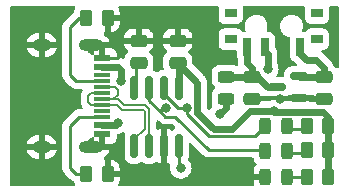
<source format=gbr>
%TF.GenerationSoftware,KiCad,Pcbnew,(6.0.2)*%
%TF.CreationDate,2022-03-30T20:09:58+08:00*%
%TF.ProjectId,CH340-USB-C,43483334-302d-4555-9342-2d432e6b6963,rev?*%
%TF.SameCoordinates,Original*%
%TF.FileFunction,Copper,L1,Top*%
%TF.FilePolarity,Positive*%
%FSLAX46Y46*%
G04 Gerber Fmt 4.6, Leading zero omitted, Abs format (unit mm)*
G04 Created by KiCad (PCBNEW (6.0.2)) date 2022-03-30 20:09:58*
%MOMM*%
%LPD*%
G01*
G04 APERTURE LIST*
G04 Aperture macros list*
%AMRoundRect*
0 Rectangle with rounded corners*
0 $1 Rounding radius*
0 $2 $3 $4 $5 $6 $7 $8 $9 X,Y pos of 4 corners*
0 Add a 4 corners polygon primitive as box body*
4,1,4,$2,$3,$4,$5,$6,$7,$8,$9,$2,$3,0*
0 Add four circle primitives for the rounded corners*
1,1,$1+$1,$2,$3*
1,1,$1+$1,$4,$5*
1,1,$1+$1,$6,$7*
1,1,$1+$1,$8,$9*
0 Add four rect primitives between the rounded corners*
20,1,$1+$1,$2,$3,$4,$5,0*
20,1,$1+$1,$4,$5,$6,$7,0*
20,1,$1+$1,$6,$7,$8,$9,0*
20,1,$1+$1,$8,$9,$2,$3,0*%
G04 Aperture macros list end*
%TA.AperFunction,SMDPad,CuDef*%
%ADD10RoundRect,0.250000X-0.262500X-0.450000X0.262500X-0.450000X0.262500X0.450000X-0.262500X0.450000X0*%
%TD*%
%TA.AperFunction,SMDPad,CuDef*%
%ADD11RoundRect,0.243750X-0.243750X-0.456250X0.243750X-0.456250X0.243750X0.456250X-0.243750X0.456250X0*%
%TD*%
%TA.AperFunction,SMDPad,CuDef*%
%ADD12RoundRect,0.243750X0.456250X-0.243750X0.456250X0.243750X-0.456250X0.243750X-0.456250X-0.243750X0*%
%TD*%
%TA.AperFunction,SMDPad,CuDef*%
%ADD13RoundRect,0.250000X0.475000X-0.250000X0.475000X0.250000X-0.475000X0.250000X-0.475000X-0.250000X0*%
%TD*%
%TA.AperFunction,SMDPad,CuDef*%
%ADD14RoundRect,0.250000X0.262500X0.450000X-0.262500X0.450000X-0.262500X-0.450000X0.262500X-0.450000X0*%
%TD*%
%TA.AperFunction,SMDPad,CuDef*%
%ADD15R,1.000000X0.800000*%
%TD*%
%TA.AperFunction,SMDPad,CuDef*%
%ADD16R,0.700000X1.500000*%
%TD*%
%TA.AperFunction,SMDPad,CuDef*%
%ADD17RoundRect,0.150000X0.587500X0.150000X-0.587500X0.150000X-0.587500X-0.150000X0.587500X-0.150000X0*%
%TD*%
%TA.AperFunction,SMDPad,CuDef*%
%ADD18R,1.450000X0.600000*%
%TD*%
%TA.AperFunction,SMDPad,CuDef*%
%ADD19R,1.450000X0.300000*%
%TD*%
%TA.AperFunction,ComponentPad*%
%ADD20O,2.100000X1.000000*%
%TD*%
%TA.AperFunction,ComponentPad*%
%ADD21O,1.600000X1.000000*%
%TD*%
%TA.AperFunction,SMDPad,CuDef*%
%ADD22RoundRect,0.250000X-0.475000X0.250000X-0.475000X-0.250000X0.475000X-0.250000X0.475000X0.250000X0*%
%TD*%
%TA.AperFunction,SMDPad,CuDef*%
%ADD23RoundRect,0.150000X0.150000X-0.825000X0.150000X0.825000X-0.150000X0.825000X-0.150000X-0.825000X0*%
%TD*%
%TA.AperFunction,ViaPad*%
%ADD24C,0.800000*%
%TD*%
%TA.AperFunction,Conductor*%
%ADD25C,0.600000*%
%TD*%
%TA.AperFunction,Conductor*%
%ADD26C,0.250000*%
%TD*%
%TA.AperFunction,Conductor*%
%ADD27C,0.200000*%
%TD*%
G04 APERTURE END LIST*
D10*
%TO.P,R3,1*%
%TO.N,Net-(D3-Pad2)*%
X120650000Y-132080000D03*
%TO.P,R3,2*%
%TO.N,VCC*%
X122475000Y-132080000D03*
%TD*%
D11*
%TO.P,D3,1,K*%
%TO.N,/TXD*%
X117141000Y-132080000D03*
%TO.P,D3,2,A*%
%TO.N,Net-(D3-Pad2)*%
X119016000Y-132080000D03*
%TD*%
D12*
%TO.P,F1,1*%
%TO.N,Net-(F1-Pad1)*%
X113792000Y-129774000D03*
%TO.P,F1,2*%
%TO.N,+5V*%
X113792000Y-127899000D03*
%TD*%
D13*
%TO.P,C3,1*%
%TO.N,VCC*%
X109728000Y-126746000D03*
%TO.P,C3,2*%
%TO.N,GND*%
X109728000Y-124846000D03*
%TD*%
D10*
%TO.P,R1,1*%
%TO.N,Net-(D1-Pad2)*%
X120650000Y-136398000D03*
%TO.P,R1,2*%
%TO.N,VCC*%
X122475000Y-136398000D03*
%TD*%
D14*
%TO.P,R5,1*%
%TO.N,GND*%
X103782500Y-122936000D03*
%TO.P,R5,2*%
%TO.N,/CC1*%
X101957500Y-122936000D03*
%TD*%
D10*
%TO.P,R2,1*%
%TO.N,Net-(D2-Pad2)*%
X120650000Y-134112000D03*
%TO.P,R2,2*%
%TO.N,VCC*%
X122475000Y-134112000D03*
%TD*%
D15*
%TO.P,SW1,*%
%TO.N,*%
X114206000Y-124732000D03*
X121506000Y-122522000D03*
X114206000Y-122522000D03*
X121506000Y-124732000D03*
D16*
%TO.P,SW1,1,A*%
%TO.N,+3V3*%
X120106000Y-125382000D03*
%TO.P,SW1,2,B*%
%TO.N,VCC*%
X117106000Y-125382000D03*
%TO.P,SW1,3,C*%
%TO.N,+5V*%
X115606000Y-125382000D03*
%TD*%
D17*
%TO.P,U1,1,GND*%
%TO.N,GND*%
X119985000Y-129728000D03*
%TO.P,U1,2,VO*%
%TO.N,+3V3*%
X119985000Y-127828000D03*
%TO.P,U1,3,VI*%
%TO.N,+5V*%
X118110000Y-128778000D03*
%TD*%
D11*
%TO.P,D2,1,K*%
%TO.N,/RXD*%
X117141000Y-134239000D03*
%TO.P,D2,2,A*%
%TO.N,Net-(D2-Pad2)*%
X119016000Y-134239000D03*
%TD*%
%TO.P,D1,1,K*%
%TO.N,GND*%
X117141000Y-136398000D03*
%TO.P,D1,2,A*%
%TO.N,Net-(D1-Pad2)*%
X119016000Y-136398000D03*
%TD*%
D18*
%TO.P,J1,A1,GND*%
%TO.N,GND*%
X103307000Y-126290000D03*
%TO.P,J1,A4,VBUS*%
%TO.N,Net-(F1-Pad1)*%
X103307000Y-127090000D03*
D19*
%TO.P,J1,A5,CC1*%
%TO.N,/CC1*%
X103307000Y-128290000D03*
%TO.P,J1,A6,D+*%
%TO.N,/USBD+*%
X103307000Y-129290000D03*
%TO.P,J1,A7,D-*%
%TO.N,/USBD-*%
X103307000Y-129790000D03*
%TO.P,J1,A8,SBU1*%
%TO.N,unconnected-(J1-PadA8)*%
X103307000Y-130790000D03*
D18*
%TO.P,J1,A9,VBUS*%
%TO.N,Net-(F1-Pad1)*%
X103307000Y-131990000D03*
%TO.P,J1,A12,GND*%
%TO.N,GND*%
X103307000Y-132790000D03*
%TO.P,J1,B1,GND*%
X103307000Y-132790000D03*
%TO.P,J1,B4,VBUS*%
%TO.N,Net-(F1-Pad1)*%
X103307000Y-131990000D03*
D19*
%TO.P,J1,B5,CC2*%
%TO.N,/CC2*%
X103307000Y-131290000D03*
%TO.P,J1,B6,D+*%
%TO.N,/USBD+*%
X103307000Y-130290000D03*
%TO.P,J1,B7,D-*%
%TO.N,/USBD-*%
X103307000Y-128790000D03*
%TO.P,J1,B8,SBU2*%
%TO.N,unconnected-(J1-PadB8)*%
X103307000Y-127790000D03*
D18*
%TO.P,J1,B9,VBUS*%
%TO.N,Net-(F1-Pad1)*%
X103307000Y-127090000D03*
%TO.P,J1,B12,GND*%
%TO.N,GND*%
X103307000Y-126290000D03*
D20*
%TO.P,J1,S1,SHIELD*%
X102392000Y-133860000D03*
X102392000Y-125220000D03*
D21*
X98212000Y-133860000D03*
X98212000Y-125220000D03*
%TD*%
D14*
%TO.P,R4,1*%
%TO.N,GND*%
X103782500Y-136144000D03*
%TO.P,R4,2*%
%TO.N,/CC2*%
X101957500Y-136144000D03*
%TD*%
D22*
%TO.P,C1,1*%
%TO.N,+5V*%
X115999500Y-127906500D03*
%TO.P,C1,2*%
%TO.N,GND*%
X115999500Y-129806500D03*
%TD*%
D13*
%TO.P,C4,1*%
%TO.N,/3V3*%
X106426000Y-126746000D03*
%TO.P,C4,2*%
%TO.N,GND*%
X106426000Y-124846000D03*
%TD*%
D23*
%TO.P,U2,1,UD+*%
%TO.N,/USBD+*%
X106045000Y-133793000D03*
%TO.P,U2,2,UD-*%
%TO.N,/USBD-*%
X107315000Y-133793000D03*
%TO.P,U2,3,GND*%
%TO.N,GND*%
X108585000Y-133793000D03*
%TO.P,U2,4,~{RTS}*%
%TO.N,/~{RTS}*%
X109855000Y-133793000D03*
%TO.P,U2,5,VCC*%
%TO.N,VCC*%
X109855000Y-128843000D03*
%TO.P,U2,6,TXD*%
%TO.N,/TXD*%
X108585000Y-128843000D03*
%TO.P,U2,7,RXD*%
%TO.N,/RXD*%
X107315000Y-128843000D03*
%TO.P,U2,8,V3*%
%TO.N,/3V3*%
X106045000Y-128843000D03*
%TD*%
D22*
%TO.P,C2,1*%
%TO.N,+3V3*%
X122095500Y-127906500D03*
%TO.P,C2,2*%
%TO.N,GND*%
X122095500Y-129806500D03*
%TD*%
D24*
%TO.N,GND*%
X118364000Y-129794000D03*
%TO.N,VCC*%
X117348000Y-127254000D03*
X117856000Y-130810000D03*
%TO.N,/RXD*%
X108712000Y-130556000D03*
%TO.N,/TXD*%
X110490000Y-130556000D03*
%TO.N,Net-(F1-Pad1)*%
X104902000Y-128270000D03*
X104648000Y-131826000D03*
X113284000Y-131064000D03*
%TO.N,/~{RTS}*%
X109982000Y-135636000D03*
%TD*%
D25*
%TO.N,+5V*%
X115606000Y-125128000D02*
X115606000Y-126782000D01*
X115606000Y-126782000D02*
X115999500Y-127175500D01*
X113792000Y-127899000D02*
X115992000Y-127899000D01*
X115992000Y-127899000D02*
X115999500Y-127906500D01*
X115999500Y-127906500D02*
X116476500Y-127906500D01*
X116476500Y-127906500D02*
X117348000Y-128778000D01*
X115999500Y-127175500D02*
X115999500Y-127906500D01*
X117348000Y-128778000D02*
X118110000Y-128778000D01*
D26*
%TO.N,GND*%
X103307000Y-126290000D02*
X104596000Y-126290000D01*
X104596000Y-126290000D02*
X104902000Y-125984000D01*
D25*
%TO.N,+3V3*%
X120106000Y-125382000D02*
X120106000Y-125948000D01*
X120063500Y-127906500D02*
X119985000Y-127828000D01*
X122095500Y-127175500D02*
X122095500Y-127906500D01*
X122095500Y-127906500D02*
X120063500Y-127906500D01*
X121412000Y-126492000D02*
X122095500Y-127175500D01*
X120106000Y-125948000D02*
X120650000Y-126492000D01*
X120650000Y-126492000D02*
X121412000Y-126492000D01*
%TO.N,VCC*%
X121990480Y-130880480D02*
X122475000Y-131365000D01*
X122475000Y-136144000D02*
X122475000Y-134112000D01*
X111389501Y-128407501D02*
X111389501Y-130947501D01*
X117106000Y-125128000D02*
X117106000Y-125742000D01*
X117106000Y-125742000D02*
X117348000Y-125984000D01*
X112776000Y-132334000D02*
X114300000Y-132334000D01*
X109855000Y-128843000D02*
X109855000Y-126873000D01*
X117856000Y-130810000D02*
X117926480Y-130880480D01*
X122475000Y-131365000D02*
X122475000Y-132080000D01*
X109728000Y-126746000D02*
X109982000Y-127000000D01*
X111389501Y-130947501D02*
X112776000Y-132334000D01*
X109728000Y-126746000D02*
X111389501Y-128407501D01*
X117348000Y-127254000D02*
X117348000Y-125984000D01*
X115824000Y-130810000D02*
X117856000Y-130810000D01*
X114300000Y-132334000D02*
X115824000Y-130810000D01*
X122475000Y-134112000D02*
X122475000Y-132080000D01*
X117926480Y-130880480D02*
X121990480Y-130880480D01*
D26*
%TO.N,/3V3*%
X106172000Y-128716000D02*
X106045000Y-128843000D01*
X106172000Y-126746000D02*
X106172000Y-128716000D01*
%TO.N,Net-(D1-Pad2)*%
X120650000Y-136398000D02*
X119016000Y-136398000D01*
%TO.N,/RXD*%
X108204000Y-130810000D02*
X108674501Y-131280501D01*
X108199700Y-130814300D02*
X108204000Y-130810000D01*
X108674501Y-131280501D02*
X109520099Y-131280501D01*
X108458000Y-130556000D02*
X108712000Y-130556000D01*
X108204000Y-130810000D02*
X108458000Y-130556000D01*
X107315000Y-129929600D02*
X107315000Y-128843000D01*
X112351598Y-134112000D02*
X117141000Y-134112000D01*
X109520099Y-131280501D02*
X112351598Y-134112000D01*
X108199700Y-130814300D02*
X107315000Y-129929600D01*
%TO.N,Net-(D2-Pad2)*%
X120650000Y-134366000D02*
X119016000Y-134366000D01*
%TO.N,/TXD*%
X112384511Y-132958511D02*
X110490000Y-131064000D01*
X110490000Y-131064000D02*
X110490000Y-130556000D01*
X108585000Y-128843000D02*
X108585000Y-129404400D01*
X116262489Y-132958511D02*
X112384511Y-132958511D01*
X109736600Y-130556000D02*
X110490000Y-130556000D01*
X108585000Y-129404400D02*
X109736600Y-130556000D01*
X117141000Y-132080000D02*
X116262489Y-132958511D01*
%TO.N,Net-(D3-Pad2)*%
X120650000Y-132334000D02*
X119016000Y-132334000D01*
D25*
%TO.N,Net-(F1-Pad1)*%
X113792000Y-129774000D02*
X113792000Y-130556000D01*
X103307000Y-131990000D02*
X104484000Y-131990000D01*
X104632000Y-127090000D02*
X104902000Y-127360000D01*
X113792000Y-130556000D02*
X113284000Y-131064000D01*
X103307000Y-127090000D02*
X104632000Y-127090000D01*
X104902000Y-127360000D02*
X104902000Y-128270000D01*
X104484000Y-131990000D02*
X104648000Y-131826000D01*
D26*
%TO.N,/CC1*%
X101957500Y-122936000D02*
X101346000Y-122936000D01*
X101346000Y-122936000D02*
X100584000Y-123698000D01*
X100584000Y-123698000D02*
X100584000Y-127762000D01*
X100584000Y-127762000D02*
X101112000Y-128290000D01*
X101112000Y-128290000D02*
X103307000Y-128290000D01*
D27*
%TO.N,/USBD+*%
X104990514Y-130701520D02*
X106768514Y-130701520D01*
X103307000Y-129290000D02*
X102358000Y-129290000D01*
X103307000Y-130290000D02*
X104578994Y-130290000D01*
X102108000Y-129540000D02*
X102108000Y-130048000D01*
X102350000Y-130290000D02*
X103307000Y-130290000D01*
X104578994Y-130290000D02*
X104990514Y-130701520D01*
X106915480Y-132352520D02*
X106045000Y-133223000D01*
X106045000Y-133223000D02*
X106045000Y-133793000D01*
X106768514Y-130701520D02*
X106915480Y-130848486D01*
X102358000Y-129290000D02*
X102108000Y-129540000D01*
X106915480Y-130848486D02*
X106915480Y-132352520D01*
X102108000Y-130048000D02*
X102350000Y-130290000D01*
%TO.N,/USBD-*%
X104648000Y-129423022D02*
X104648000Y-129032000D01*
X103307000Y-129790000D02*
X104644000Y-129790000D01*
X104648000Y-129032000D02*
X104406000Y-128790000D01*
X105156000Y-130302000D02*
X106934000Y-130302000D01*
X104406000Y-128790000D02*
X103307000Y-128790000D01*
X104644000Y-129790000D02*
X105156000Y-130302000D01*
X106934000Y-130302000D02*
X107315000Y-130683000D01*
X104281022Y-129790000D02*
X104648000Y-129423022D01*
X107315000Y-130683000D02*
X107315000Y-133793000D01*
D26*
%TO.N,/CC2*%
X101957500Y-136144000D02*
X101092000Y-136144000D01*
X100584000Y-132080000D02*
X101374000Y-131290000D01*
X101092000Y-136144000D02*
X100584000Y-135636000D01*
X101374000Y-131290000D02*
X103307000Y-131290000D01*
X100584000Y-135636000D02*
X100584000Y-132080000D01*
%TO.N,/~{RTS}*%
X109982000Y-135636000D02*
X109855000Y-135509000D01*
X109855000Y-135509000D02*
X109855000Y-133793000D01*
%TD*%
%TA.AperFunction,Conductor*%
%TO.N,GND*%
G36*
X108132012Y-131634372D02*
G01*
X108138595Y-131640501D01*
X108170853Y-131672759D01*
X108178388Y-131681039D01*
X108182501Y-131687519D01*
X108194621Y-131698900D01*
X108232152Y-131734144D01*
X108234994Y-131736899D01*
X108254731Y-131756636D01*
X108257928Y-131759116D01*
X108266948Y-131766819D01*
X108299180Y-131797087D01*
X108306126Y-131800906D01*
X108306129Y-131800908D01*
X108316935Y-131806849D01*
X108333454Y-131817700D01*
X108349460Y-131830115D01*
X108356729Y-131833260D01*
X108356733Y-131833263D01*
X108390038Y-131847675D01*
X108400688Y-131852892D01*
X108439441Y-131874196D01*
X108447116Y-131876167D01*
X108447117Y-131876167D01*
X108459063Y-131879234D01*
X108477768Y-131885638D01*
X108496356Y-131893682D01*
X108504179Y-131894921D01*
X108504189Y-131894924D01*
X108540025Y-131900600D01*
X108551645Y-131903006D01*
X108577672Y-131909688D01*
X108594471Y-131914001D01*
X108614725Y-131914001D01*
X108634435Y-131915552D01*
X108654444Y-131918721D01*
X108662336Y-131917975D01*
X108698462Y-131914560D01*
X108710320Y-131914001D01*
X109205505Y-131914001D01*
X109273626Y-131934003D01*
X109294600Y-131950906D01*
X109493328Y-132149634D01*
X109527354Y-132211946D01*
X109522289Y-132282761D01*
X109479742Y-132339597D01*
X109454276Y-132354365D01*
X109449012Y-132356643D01*
X109441399Y-132358855D01*
X109298193Y-132443547D01*
X109295253Y-132446487D01*
X109230729Y-132471821D01*
X109161106Y-132457920D01*
X109142360Y-132445871D01*
X109134677Y-132439911D01*
X109005221Y-132363352D01*
X108990790Y-132357107D01*
X108856395Y-132318061D01*
X108842294Y-132318101D01*
X108839000Y-132325370D01*
X108839000Y-135254878D01*
X108842973Y-135268409D01*
X108850871Y-135269544D01*
X108948036Y-135241315D01*
X109019032Y-135241518D01*
X109078648Y-135280072D01*
X109107957Y-135344736D01*
X109103022Y-135401248D01*
X109100818Y-135408031D01*
X109088458Y-135446072D01*
X109087768Y-135452633D01*
X109087768Y-135452635D01*
X109078082Y-135544794D01*
X109068496Y-135636000D01*
X109069186Y-135642565D01*
X109085219Y-135795106D01*
X109088458Y-135825928D01*
X109147473Y-136007556D01*
X109150776Y-136013278D01*
X109150777Y-136013279D01*
X109167176Y-136041683D01*
X109242960Y-136172944D01*
X109247378Y-136177851D01*
X109247379Y-136177852D01*
X109332150Y-136272000D01*
X109370747Y-136314866D01*
X109383790Y-136324342D01*
X109487471Y-136399671D01*
X109525248Y-136427118D01*
X109531276Y-136429802D01*
X109531278Y-136429803D01*
X109693681Y-136502109D01*
X109699712Y-136504794D01*
X109793112Y-136524647D01*
X109880056Y-136543128D01*
X109880061Y-136543128D01*
X109886513Y-136544500D01*
X110077487Y-136544500D01*
X110083939Y-136543128D01*
X110083944Y-136543128D01*
X110170888Y-136524647D01*
X110264288Y-136504794D01*
X110270319Y-136502109D01*
X110432722Y-136429803D01*
X110432724Y-136429802D01*
X110438752Y-136427118D01*
X110476530Y-136399671D01*
X110580210Y-136324342D01*
X110593253Y-136314866D01*
X110631850Y-136272000D01*
X110716621Y-136177852D01*
X110716622Y-136177851D01*
X110721040Y-136172944D01*
X110796824Y-136041683D01*
X110813223Y-136013279D01*
X110813224Y-136013278D01*
X110816527Y-136007556D01*
X110875542Y-135825928D01*
X110878782Y-135795106D01*
X110894814Y-135642565D01*
X110895504Y-135636000D01*
X110885918Y-135544794D01*
X110876232Y-135452635D01*
X110876232Y-135452633D01*
X110875542Y-135446072D01*
X110816527Y-135264444D01*
X110811586Y-135255885D01*
X110759511Y-135165689D01*
X110721040Y-135099056D01*
X110638680Y-135007586D01*
X110607965Y-134943582D01*
X110615594Y-134882022D01*
X110614145Y-134881601D01*
X110618932Y-134865124D01*
X110660562Y-134721831D01*
X110661242Y-134713199D01*
X110663307Y-134686958D01*
X110663307Y-134686950D01*
X110663500Y-134684502D01*
X110663500Y-133623996D01*
X110683502Y-133555875D01*
X110737158Y-133509382D01*
X110807432Y-133499278D01*
X110872012Y-133528772D01*
X110878595Y-133534901D01*
X111847941Y-134504247D01*
X111855485Y-134512537D01*
X111859598Y-134519018D01*
X111865375Y-134524443D01*
X111909265Y-134565658D01*
X111912107Y-134568413D01*
X111931828Y-134588134D01*
X111935023Y-134590612D01*
X111944045Y-134598318D01*
X111976277Y-134628586D01*
X111983226Y-134632406D01*
X111994030Y-134638346D01*
X112010554Y-134649199D01*
X112026557Y-134661613D01*
X112067141Y-134679176D01*
X112077771Y-134684383D01*
X112116538Y-134705695D01*
X112124215Y-134707666D01*
X112124220Y-134707668D01*
X112136156Y-134710732D01*
X112154864Y-134717137D01*
X112173453Y-134725181D01*
X112181281Y-134726421D01*
X112181288Y-134726423D01*
X112217122Y-134732099D01*
X112228742Y-134734505D01*
X112263887Y-134743528D01*
X112271568Y-134745500D01*
X112291822Y-134745500D01*
X112311532Y-134747051D01*
X112331541Y-134750220D01*
X112339433Y-134749474D01*
X112375559Y-134746059D01*
X112387417Y-134745500D01*
X116032364Y-134745500D01*
X116100485Y-134765502D01*
X116146978Y-134819158D01*
X116155259Y-134844102D01*
X116155884Y-134850129D01*
X116211398Y-135016526D01*
X116303703Y-135165689D01*
X116367018Y-135228893D01*
X116367802Y-135229676D01*
X116401881Y-135291958D01*
X116396878Y-135362778D01*
X116367957Y-135407867D01*
X116308449Y-135467479D01*
X116299437Y-135478890D01*
X116215135Y-135615654D01*
X116208991Y-135628832D01*
X116158273Y-135781740D01*
X116155407Y-135795106D01*
X116145828Y-135888601D01*
X116145500Y-135895016D01*
X116145500Y-136125885D01*
X116149975Y-136141124D01*
X116151365Y-136142329D01*
X116159048Y-136144000D01*
X117269000Y-136144000D01*
X117337121Y-136164002D01*
X117383614Y-136217658D01*
X117395000Y-136270000D01*
X117395000Y-136526000D01*
X117374998Y-136594121D01*
X117321342Y-136640614D01*
X117269000Y-136652000D01*
X116163616Y-136652000D01*
X116148377Y-136656475D01*
X116147172Y-136657865D01*
X116145501Y-136665548D01*
X116145501Y-136900933D01*
X116145838Y-136907452D01*
X116155665Y-137002167D01*
X116156796Y-137007403D01*
X116151624Y-137078211D01*
X116108992Y-137134982D01*
X116042434Y-137159692D01*
X116033635Y-137160000D01*
X104812260Y-137160000D01*
X104744139Y-137139998D01*
X104697646Y-137086342D01*
X104687542Y-137016068D01*
X104705000Y-136967884D01*
X104732816Y-136922757D01*
X104738963Y-136909576D01*
X104790138Y-136755290D01*
X104793005Y-136741914D01*
X104802672Y-136647562D01*
X104803000Y-136641146D01*
X104803000Y-136416115D01*
X104798525Y-136400876D01*
X104797135Y-136399671D01*
X104789452Y-136398000D01*
X103654500Y-136398000D01*
X103586379Y-136377998D01*
X103539886Y-136324342D01*
X103528500Y-136272000D01*
X103528500Y-135871885D01*
X104036500Y-135871885D01*
X104040975Y-135887124D01*
X104042365Y-135888329D01*
X104050048Y-135890000D01*
X104784884Y-135890000D01*
X104800123Y-135885525D01*
X104801328Y-135884135D01*
X104802999Y-135876452D01*
X104802999Y-135646905D01*
X104802662Y-135640386D01*
X104792743Y-135544794D01*
X104789851Y-135531400D01*
X104738412Y-135377216D01*
X104732239Y-135364038D01*
X104646937Y-135226193D01*
X104637901Y-135214792D01*
X104523171Y-135100261D01*
X104511760Y-135091249D01*
X104373757Y-135006184D01*
X104360576Y-135000037D01*
X104206290Y-134948862D01*
X104192914Y-134945995D01*
X104098562Y-134936328D01*
X104092145Y-134936000D01*
X104054615Y-134936000D01*
X104039376Y-134940475D01*
X104038171Y-134941865D01*
X104036500Y-134949548D01*
X104036500Y-135871885D01*
X103528500Y-135871885D01*
X103528500Y-134954116D01*
X103524025Y-134938877D01*
X103513244Y-134929535D01*
X103469483Y-134905640D01*
X103435458Y-134843328D01*
X103440522Y-134772513D01*
X103483068Y-134715677D01*
X103491986Y-134710015D01*
X103491943Y-134709951D01*
X103507294Y-134699751D01*
X103650933Y-134582603D01*
X103659637Y-134573959D01*
X103777784Y-134431144D01*
X103784644Y-134420973D01*
X103872804Y-134257924D01*
X103877556Y-134246619D01*
X103913250Y-134131308D01*
X103913456Y-134117205D01*
X103906701Y-134114000D01*
X102264000Y-134114000D01*
X102195879Y-134093998D01*
X102149386Y-134040342D01*
X102138000Y-133988000D01*
X102138000Y-133305830D01*
X102158002Y-133237709D01*
X102210218Y-133192257D01*
X102213675Y-133191094D01*
X102221496Y-133186395D01*
X102306591Y-133135265D01*
X102368905Y-133097823D01*
X102373862Y-133093135D01*
X102373865Y-133093133D01*
X102432472Y-133037710D01*
X102433427Y-133036807D01*
X102496664Y-133004535D01*
X102567311Y-133011575D01*
X102622937Y-133055691D01*
X102646000Y-133128355D01*
X102646000Y-133587885D01*
X102650475Y-133603124D01*
X102651865Y-133604329D01*
X102659548Y-133606000D01*
X103034885Y-133606000D01*
X103050124Y-133601525D01*
X103051329Y-133600135D01*
X103053000Y-133592452D01*
X103053000Y-133062115D01*
X103048525Y-133046876D01*
X103037947Y-133037710D01*
X102993786Y-133013596D01*
X102959761Y-132951284D01*
X102964825Y-132880468D01*
X103007372Y-132823632D01*
X103073892Y-132798821D01*
X103082881Y-132798500D01*
X103435000Y-132798500D01*
X103503121Y-132818502D01*
X103549614Y-132872158D01*
X103561000Y-132924500D01*
X103561000Y-133587885D01*
X103565475Y-133603124D01*
X103566865Y-133604329D01*
X103574548Y-133606000D01*
X103899924Y-133606000D01*
X103909790Y-133603103D01*
X103945288Y-133597999D01*
X104076669Y-133597999D01*
X104083490Y-133597629D01*
X104134352Y-133592105D01*
X104149604Y-133588479D01*
X104270054Y-133543324D01*
X104285649Y-133534786D01*
X104387724Y-133458285D01*
X104400285Y-133445724D01*
X104476786Y-133343649D01*
X104485324Y-133328054D01*
X104530478Y-133207606D01*
X104534105Y-133192351D01*
X104539631Y-133141486D01*
X104540000Y-133134672D01*
X104540000Y-132909992D01*
X104560002Y-132841871D01*
X104613658Y-132795378D01*
X104651953Y-132784777D01*
X104657257Y-132784182D01*
X104664255Y-132783397D01*
X104670906Y-132781081D01*
X104670910Y-132781080D01*
X104695930Y-132772367D01*
X104710742Y-132768204D01*
X104736619Y-132762609D01*
X104743510Y-132761119D01*
X104782813Y-132742792D01*
X104794589Y-132738010D01*
X104835552Y-132723745D01*
X104841525Y-132720013D01*
X104847878Y-132716969D01*
X104848375Y-132718005D01*
X104878658Y-132705769D01*
X104930288Y-132694794D01*
X105093910Y-132621945D01*
X105164277Y-132612511D01*
X105228574Y-132642617D01*
X105266388Y-132702706D01*
X105266156Y-132772204D01*
X105262904Y-132783397D01*
X105241232Y-132857992D01*
X105241231Y-132857997D01*
X105239438Y-132864169D01*
X105238934Y-132870574D01*
X105238933Y-132870579D01*
X105238809Y-132872158D01*
X105236500Y-132901498D01*
X105236500Y-134684502D01*
X105236693Y-134686950D01*
X105236693Y-134686958D01*
X105238759Y-134713199D01*
X105239438Y-134721831D01*
X105258662Y-134788002D01*
X105281904Y-134868000D01*
X105285855Y-134881601D01*
X105289892Y-134888427D01*
X105366509Y-135017980D01*
X105366511Y-135017983D01*
X105370547Y-135024807D01*
X105488193Y-135142453D01*
X105495016Y-135146488D01*
X105495020Y-135146491D01*
X105544591Y-135175807D01*
X105631399Y-135227145D01*
X105639010Y-135229356D01*
X105639012Y-135229357D01*
X105680173Y-135241315D01*
X105791169Y-135273562D01*
X105797574Y-135274066D01*
X105797579Y-135274067D01*
X105826042Y-135276307D01*
X105826050Y-135276307D01*
X105828498Y-135276500D01*
X106261502Y-135276500D01*
X106263950Y-135276307D01*
X106263958Y-135276307D01*
X106292421Y-135274067D01*
X106292426Y-135274066D01*
X106298831Y-135273562D01*
X106409827Y-135241315D01*
X106450988Y-135229357D01*
X106450990Y-135229356D01*
X106458601Y-135227145D01*
X106601807Y-135142453D01*
X106604489Y-135139771D01*
X106668861Y-135114498D01*
X106738484Y-135128400D01*
X106754312Y-135138572D01*
X106758193Y-135142453D01*
X106901399Y-135227145D01*
X106909010Y-135229356D01*
X106909012Y-135229357D01*
X106950173Y-135241315D01*
X107061169Y-135273562D01*
X107067574Y-135274066D01*
X107067579Y-135274067D01*
X107096042Y-135276307D01*
X107096050Y-135276307D01*
X107098498Y-135276500D01*
X107531502Y-135276500D01*
X107533950Y-135276307D01*
X107533958Y-135276307D01*
X107562421Y-135274067D01*
X107562426Y-135274066D01*
X107568831Y-135273562D01*
X107679827Y-135241315D01*
X107720988Y-135229357D01*
X107720990Y-135229356D01*
X107728601Y-135227145D01*
X107871807Y-135142453D01*
X107874747Y-135139513D01*
X107939271Y-135114179D01*
X108008894Y-135128080D01*
X108027640Y-135140129D01*
X108035323Y-135146089D01*
X108164779Y-135222648D01*
X108179210Y-135228893D01*
X108313605Y-135267939D01*
X108327706Y-135267899D01*
X108331000Y-135260630D01*
X108331000Y-132331122D01*
X108327027Y-132317591D01*
X108319129Y-132316456D01*
X108179210Y-132357107D01*
X108164779Y-132363352D01*
X108113639Y-132393596D01*
X108044823Y-132411055D01*
X107977492Y-132388538D01*
X107933022Y-132333194D01*
X107923500Y-132285142D01*
X107923500Y-131729596D01*
X107943502Y-131661475D01*
X107997158Y-131614982D01*
X108067432Y-131604878D01*
X108132012Y-131634372D01*
G37*
%TD.AperFunction*%
%TA.AperFunction,Conductor*%
G36*
X100991575Y-121946002D02*
G01*
X101038068Y-121999658D01*
X101048172Y-122069932D01*
X101030713Y-122118117D01*
X101002885Y-122163262D01*
X100947203Y-122331139D01*
X100946503Y-122337975D01*
X100946502Y-122337978D01*
X100940120Y-122400269D01*
X100913279Y-122465996D01*
X100909516Y-122470075D01*
X100908893Y-122470528D01*
X100907107Y-122472687D01*
X100880712Y-122504593D01*
X100872722Y-122513374D01*
X100191742Y-123194353D01*
X100183463Y-123201887D01*
X100176982Y-123206000D01*
X100130357Y-123255651D01*
X100127602Y-123258493D01*
X100107865Y-123278230D01*
X100105385Y-123281427D01*
X100097682Y-123290447D01*
X100067414Y-123322679D01*
X100063595Y-123329625D01*
X100063593Y-123329628D01*
X100057652Y-123340434D01*
X100046801Y-123356953D01*
X100034386Y-123372959D01*
X100031241Y-123380228D01*
X100031238Y-123380232D01*
X100016826Y-123413537D01*
X100011609Y-123424187D01*
X99990305Y-123462940D01*
X99988334Y-123470615D01*
X99988334Y-123470616D01*
X99985267Y-123482562D01*
X99978863Y-123501266D01*
X99970819Y-123519855D01*
X99969580Y-123527678D01*
X99969577Y-123527688D01*
X99963901Y-123563524D01*
X99961495Y-123575144D01*
X99952472Y-123610289D01*
X99950500Y-123617970D01*
X99950500Y-123638224D01*
X99948949Y-123657934D01*
X99945780Y-123677943D01*
X99946526Y-123685835D01*
X99949941Y-123721961D01*
X99950500Y-123733819D01*
X99950500Y-127683233D01*
X99949973Y-127694416D01*
X99948298Y-127701909D01*
X99948547Y-127709835D01*
X99948547Y-127709836D01*
X99950438Y-127769986D01*
X99950500Y-127773945D01*
X99950500Y-127801856D01*
X99950997Y-127805790D01*
X99950997Y-127805791D01*
X99951005Y-127805856D01*
X99951938Y-127817693D01*
X99953327Y-127861889D01*
X99956514Y-127872858D01*
X99958978Y-127881339D01*
X99962987Y-127900700D01*
X99965526Y-127920797D01*
X99968445Y-127928168D01*
X99968445Y-127928170D01*
X99981804Y-127961912D01*
X99985649Y-127973142D01*
X99995771Y-128007983D01*
X99997982Y-128015593D01*
X100002015Y-128022412D01*
X100002017Y-128022417D01*
X100008293Y-128033028D01*
X100016988Y-128050776D01*
X100024448Y-128069617D01*
X100029110Y-128076033D01*
X100029110Y-128076034D01*
X100050436Y-128105387D01*
X100056952Y-128115307D01*
X100079458Y-128153362D01*
X100093779Y-128167683D01*
X100106619Y-128182716D01*
X100118528Y-128199107D01*
X100144503Y-128220595D01*
X100152593Y-128227288D01*
X100161374Y-128235278D01*
X100608353Y-128682258D01*
X100615887Y-128690537D01*
X100620000Y-128697018D01*
X100663230Y-128737613D01*
X100669651Y-128743643D01*
X100672493Y-128746398D01*
X100692230Y-128766135D01*
X100695427Y-128768615D01*
X100704447Y-128776318D01*
X100736679Y-128806586D01*
X100743625Y-128810405D01*
X100743628Y-128810407D01*
X100754434Y-128816348D01*
X100770953Y-128827199D01*
X100786959Y-128839614D01*
X100794228Y-128842759D01*
X100794232Y-128842762D01*
X100827537Y-128857174D01*
X100838187Y-128862391D01*
X100876940Y-128883695D01*
X100884615Y-128885666D01*
X100884616Y-128885666D01*
X100896562Y-128888733D01*
X100915266Y-128895137D01*
X100926502Y-128899999D01*
X100933855Y-128903181D01*
X100941678Y-128904420D01*
X100941688Y-128904423D01*
X100977524Y-128910099D01*
X100989144Y-128912505D01*
X101024289Y-128921528D01*
X101031970Y-128923500D01*
X101052224Y-128923500D01*
X101071934Y-128925051D01*
X101091943Y-128928220D01*
X101099835Y-128927474D01*
X101135961Y-128924059D01*
X101147819Y-128923500D01*
X101558558Y-128923500D01*
X101626679Y-128943502D01*
X101673172Y-128997158D01*
X101683276Y-129067432D01*
X101658524Y-129126199D01*
X101649526Y-129137925D01*
X101649523Y-129137928D01*
X101649517Y-129137935D01*
X101649515Y-129137938D01*
X101594089Y-129210171D01*
X101576476Y-129233124D01*
X101515644Y-129379986D01*
X101515162Y-129381150D01*
X101499500Y-129500115D01*
X101499500Y-129500120D01*
X101494250Y-129540000D01*
X101497725Y-129566392D01*
X101498422Y-129571690D01*
X101499500Y-129588136D01*
X101499500Y-129999864D01*
X101498422Y-130016307D01*
X101494250Y-130048000D01*
X101499500Y-130087880D01*
X101499500Y-130087885D01*
X101510624Y-130172374D01*
X101511392Y-130178210D01*
X101511392Y-130178212D01*
X101513208Y-130192004D01*
X101515162Y-130206851D01*
X101576476Y-130354876D01*
X101581503Y-130361427D01*
X101581504Y-130361429D01*
X101649523Y-130450072D01*
X101649529Y-130450079D01*
X101652384Y-130453800D01*
X101677983Y-130520021D01*
X101663715Y-130589569D01*
X101614112Y-130640363D01*
X101552419Y-130656500D01*
X101452768Y-130656500D01*
X101441585Y-130655973D01*
X101434092Y-130654298D01*
X101426166Y-130654547D01*
X101426165Y-130654547D01*
X101366002Y-130656438D01*
X101362044Y-130656500D01*
X101334144Y-130656500D01*
X101330154Y-130657004D01*
X101318320Y-130657936D01*
X101274111Y-130659326D01*
X101266497Y-130661538D01*
X101266492Y-130661539D01*
X101254659Y-130664977D01*
X101235296Y-130668988D01*
X101215203Y-130671526D01*
X101207836Y-130674443D01*
X101207831Y-130674444D01*
X101174092Y-130687802D01*
X101162865Y-130691646D01*
X101120407Y-130703982D01*
X101113581Y-130708019D01*
X101102972Y-130714293D01*
X101085224Y-130722988D01*
X101066383Y-130730448D01*
X101059967Y-130735110D01*
X101059966Y-130735110D01*
X101030613Y-130756436D01*
X101020693Y-130762952D01*
X100989465Y-130781420D01*
X100989462Y-130781422D01*
X100982638Y-130785458D01*
X100968317Y-130799779D01*
X100953284Y-130812619D01*
X100936893Y-130824528D01*
X100931842Y-130830633D01*
X100931837Y-130830638D01*
X100908701Y-130858604D01*
X100900713Y-130867382D01*
X100191747Y-131576348D01*
X100183461Y-131583888D01*
X100176982Y-131588000D01*
X100171557Y-131593777D01*
X100130357Y-131637651D01*
X100127602Y-131640493D01*
X100107865Y-131660230D01*
X100105385Y-131663427D01*
X100097682Y-131672447D01*
X100067414Y-131704679D01*
X100063595Y-131711625D01*
X100063593Y-131711628D01*
X100057652Y-131722434D01*
X100046801Y-131738953D01*
X100034386Y-131754959D01*
X100031241Y-131762228D01*
X100031238Y-131762232D01*
X100016826Y-131795537D01*
X100011609Y-131806187D01*
X99990305Y-131844940D01*
X99988334Y-131852615D01*
X99988334Y-131852616D01*
X99985267Y-131864562D01*
X99978863Y-131883266D01*
X99970819Y-131901855D01*
X99969580Y-131909678D01*
X99969577Y-131909688D01*
X99963901Y-131945524D01*
X99961495Y-131957144D01*
X99950500Y-131999970D01*
X99950500Y-132020224D01*
X99948949Y-132039934D01*
X99945780Y-132059943D01*
X99946526Y-132067835D01*
X99949941Y-132103961D01*
X99950500Y-132115819D01*
X99950500Y-135557233D01*
X99949973Y-135568416D01*
X99948298Y-135575909D01*
X99948547Y-135583835D01*
X99948547Y-135583836D01*
X99950438Y-135643986D01*
X99950500Y-135647945D01*
X99950500Y-135675856D01*
X99950997Y-135679790D01*
X99950997Y-135679791D01*
X99951005Y-135679856D01*
X99951938Y-135691693D01*
X99953327Y-135735889D01*
X99958978Y-135755339D01*
X99962987Y-135774700D01*
X99965526Y-135794797D01*
X99968445Y-135802168D01*
X99968445Y-135802170D01*
X99981804Y-135835912D01*
X99985649Y-135847142D01*
X99997982Y-135889593D01*
X100002015Y-135896412D01*
X100002017Y-135896417D01*
X100008293Y-135907028D01*
X100016988Y-135924776D01*
X100024448Y-135943617D01*
X100029110Y-135950033D01*
X100029110Y-135950034D01*
X100050436Y-135979387D01*
X100056952Y-135989307D01*
X100067745Y-136007556D01*
X100079458Y-136027362D01*
X100093779Y-136041683D01*
X100106619Y-136056716D01*
X100118528Y-136073107D01*
X100124634Y-136078158D01*
X100152605Y-136101298D01*
X100161384Y-136109288D01*
X100588343Y-136536247D01*
X100595887Y-136544537D01*
X100600000Y-136551018D01*
X100605777Y-136556443D01*
X100649667Y-136597658D01*
X100652509Y-136600413D01*
X100672230Y-136620134D01*
X100675425Y-136622612D01*
X100684447Y-136630318D01*
X100716679Y-136660586D01*
X100723628Y-136664406D01*
X100734432Y-136670346D01*
X100750956Y-136681199D01*
X100766959Y-136693613D01*
X100807543Y-136711176D01*
X100818173Y-136716383D01*
X100856940Y-136737695D01*
X100864617Y-136739666D01*
X100864622Y-136739668D01*
X100876558Y-136742732D01*
X100895271Y-136749139D01*
X100904220Y-136753012D01*
X100958793Y-136798425D01*
X100973698Y-136828770D01*
X101000658Y-136909576D01*
X101003450Y-136917946D01*
X101007301Y-136924170D01*
X101007302Y-136924171D01*
X101034237Y-136967697D01*
X101053075Y-137036149D01*
X101031914Y-137103918D01*
X100977473Y-137149490D01*
X100927093Y-137160000D01*
X95630000Y-137160000D01*
X95561879Y-137139998D01*
X95515386Y-137086342D01*
X95504000Y-137034000D01*
X95504000Y-134125768D01*
X96939425Y-134125768D01*
X96971138Y-134233521D01*
X96975731Y-134244889D01*
X97061607Y-134409154D01*
X97068321Y-134419415D01*
X97184468Y-134563873D01*
X97193046Y-134572632D01*
X97335039Y-134691778D01*
X97345159Y-134698708D01*
X97507585Y-134788002D01*
X97518858Y-134792834D01*
X97695538Y-134848880D01*
X97707532Y-134851430D01*
X97851761Y-134867607D01*
X97858785Y-134868000D01*
X97939885Y-134868000D01*
X97955124Y-134863525D01*
X97956329Y-134862135D01*
X97958000Y-134854452D01*
X97958000Y-134849885D01*
X98466000Y-134849885D01*
X98470475Y-134865124D01*
X98471865Y-134866329D01*
X98479548Y-134868000D01*
X98558657Y-134868000D01*
X98564805Y-134867699D01*
X98702603Y-134854188D01*
X98714638Y-134851805D01*
X98892076Y-134798233D01*
X98903416Y-134793559D01*
X99067077Y-134706540D01*
X99077294Y-134699751D01*
X99220933Y-134582603D01*
X99229637Y-134573959D01*
X99347784Y-134431144D01*
X99354644Y-134420973D01*
X99442804Y-134257924D01*
X99447556Y-134246619D01*
X99483250Y-134131308D01*
X99483456Y-134117205D01*
X99476701Y-134114000D01*
X98484115Y-134114000D01*
X98468876Y-134118475D01*
X98467671Y-134119865D01*
X98466000Y-134127548D01*
X98466000Y-134849885D01*
X97958000Y-134849885D01*
X97958000Y-134132115D01*
X97953525Y-134116876D01*
X97952135Y-134115671D01*
X97944452Y-134114000D01*
X96954076Y-134114000D01*
X96940545Y-134117973D01*
X96939425Y-134125768D01*
X95504000Y-134125768D01*
X95504000Y-133602795D01*
X96940544Y-133602795D01*
X96947299Y-133606000D01*
X97939885Y-133606000D01*
X97955124Y-133601525D01*
X97956329Y-133600135D01*
X97958000Y-133592452D01*
X97958000Y-133587885D01*
X98466000Y-133587885D01*
X98470475Y-133603124D01*
X98471865Y-133604329D01*
X98479548Y-133606000D01*
X99469924Y-133606000D01*
X99483455Y-133602027D01*
X99484575Y-133594232D01*
X99452862Y-133486479D01*
X99448269Y-133475111D01*
X99362393Y-133310846D01*
X99355679Y-133300585D01*
X99239532Y-133156127D01*
X99230954Y-133147368D01*
X99088961Y-133028222D01*
X99078841Y-133021292D01*
X98916415Y-132931998D01*
X98905142Y-132927166D01*
X98728462Y-132871120D01*
X98716468Y-132868570D01*
X98572239Y-132852393D01*
X98565215Y-132852000D01*
X98484115Y-132852000D01*
X98468876Y-132856475D01*
X98467671Y-132857865D01*
X98466000Y-132865548D01*
X98466000Y-133587885D01*
X97958000Y-133587885D01*
X97958000Y-132870115D01*
X97953525Y-132854876D01*
X97952135Y-132853671D01*
X97944452Y-132852000D01*
X97865343Y-132852000D01*
X97859195Y-132852301D01*
X97721397Y-132865812D01*
X97709362Y-132868195D01*
X97531924Y-132921767D01*
X97520584Y-132926441D01*
X97356923Y-133013460D01*
X97346706Y-133020249D01*
X97203067Y-133137397D01*
X97194363Y-133146041D01*
X97076216Y-133288856D01*
X97069356Y-133299027D01*
X96981196Y-133462076D01*
X96976444Y-133473381D01*
X96940750Y-133588692D01*
X96940544Y-133602795D01*
X95504000Y-133602795D01*
X95504000Y-125485768D01*
X96939425Y-125485768D01*
X96971138Y-125593521D01*
X96975731Y-125604889D01*
X97061607Y-125769154D01*
X97068321Y-125779415D01*
X97184468Y-125923873D01*
X97193046Y-125932632D01*
X97335039Y-126051778D01*
X97345159Y-126058708D01*
X97507585Y-126148002D01*
X97518858Y-126152834D01*
X97695538Y-126208880D01*
X97707532Y-126211430D01*
X97851761Y-126227607D01*
X97858785Y-126228000D01*
X97939885Y-126228000D01*
X97955124Y-126223525D01*
X97956329Y-126222135D01*
X97958000Y-126214452D01*
X97958000Y-126209885D01*
X98466000Y-126209885D01*
X98470475Y-126225124D01*
X98471865Y-126226329D01*
X98479548Y-126228000D01*
X98558657Y-126228000D01*
X98564805Y-126227699D01*
X98702603Y-126214188D01*
X98714638Y-126211805D01*
X98892076Y-126158233D01*
X98903416Y-126153559D01*
X99067077Y-126066540D01*
X99077294Y-126059751D01*
X99220933Y-125942603D01*
X99229637Y-125933959D01*
X99347784Y-125791144D01*
X99354644Y-125780973D01*
X99442804Y-125617924D01*
X99447556Y-125606619D01*
X99483250Y-125491308D01*
X99483456Y-125477205D01*
X99476701Y-125474000D01*
X98484115Y-125474000D01*
X98468876Y-125478475D01*
X98467671Y-125479865D01*
X98466000Y-125487548D01*
X98466000Y-126209885D01*
X97958000Y-126209885D01*
X97958000Y-125492115D01*
X97953525Y-125476876D01*
X97952135Y-125475671D01*
X97944452Y-125474000D01*
X96954076Y-125474000D01*
X96940545Y-125477973D01*
X96939425Y-125485768D01*
X95504000Y-125485768D01*
X95504000Y-124962795D01*
X96940544Y-124962795D01*
X96947299Y-124966000D01*
X97939885Y-124966000D01*
X97955124Y-124961525D01*
X97956329Y-124960135D01*
X97958000Y-124952452D01*
X97958000Y-124947885D01*
X98466000Y-124947885D01*
X98470475Y-124963124D01*
X98471865Y-124964329D01*
X98479548Y-124966000D01*
X99469924Y-124966000D01*
X99483455Y-124962027D01*
X99484575Y-124954232D01*
X99452862Y-124846479D01*
X99448269Y-124835111D01*
X99362393Y-124670846D01*
X99355679Y-124660585D01*
X99239532Y-124516127D01*
X99230954Y-124507368D01*
X99088961Y-124388222D01*
X99078841Y-124381292D01*
X98916415Y-124291998D01*
X98905142Y-124287166D01*
X98728462Y-124231120D01*
X98716468Y-124228570D01*
X98572239Y-124212393D01*
X98565215Y-124212000D01*
X98484115Y-124212000D01*
X98468876Y-124216475D01*
X98467671Y-124217865D01*
X98466000Y-124225548D01*
X98466000Y-124947885D01*
X97958000Y-124947885D01*
X97958000Y-124230115D01*
X97953525Y-124214876D01*
X97952135Y-124213671D01*
X97944452Y-124212000D01*
X97865343Y-124212000D01*
X97859195Y-124212301D01*
X97721397Y-124225812D01*
X97709362Y-124228195D01*
X97531924Y-124281767D01*
X97520584Y-124286441D01*
X97356923Y-124373460D01*
X97346706Y-124380249D01*
X97203067Y-124497397D01*
X97194363Y-124506041D01*
X97076216Y-124648856D01*
X97069356Y-124659027D01*
X96981196Y-124822076D01*
X96976444Y-124833381D01*
X96940750Y-124948692D01*
X96940544Y-124962795D01*
X95504000Y-124962795D01*
X95504000Y-122052000D01*
X95524002Y-121983879D01*
X95577658Y-121937386D01*
X95630000Y-121926000D01*
X100923454Y-121926000D01*
X100991575Y-121946002D01*
G37*
%TD.AperFunction*%
%TA.AperFunction,Conductor*%
G36*
X113141255Y-121946002D02*
G01*
X113187748Y-121999658D01*
X113198397Y-122065606D01*
X113197869Y-122070464D01*
X113197868Y-122070474D01*
X113197500Y-122073866D01*
X113197500Y-122970134D01*
X113204255Y-123032316D01*
X113255385Y-123168705D01*
X113342739Y-123285261D01*
X113459295Y-123372615D01*
X113595684Y-123423745D01*
X113657866Y-123430500D01*
X114754134Y-123430500D01*
X114816316Y-123423745D01*
X114952705Y-123372615D01*
X115069261Y-123285261D01*
X115156615Y-123168705D01*
X115207745Y-123032316D01*
X115214500Y-122970134D01*
X115214500Y-122073866D01*
X115214132Y-122070474D01*
X115214131Y-122070464D01*
X115213603Y-122065606D01*
X115226132Y-121995724D01*
X115274453Y-121943709D01*
X115338866Y-121926000D01*
X120373134Y-121926000D01*
X120441255Y-121946002D01*
X120487748Y-121999658D01*
X120498397Y-122065606D01*
X120497869Y-122070464D01*
X120497868Y-122070474D01*
X120497500Y-122073866D01*
X120497500Y-122970134D01*
X120504255Y-123032316D01*
X120555385Y-123168705D01*
X120642739Y-123285261D01*
X120759295Y-123372615D01*
X120895684Y-123423745D01*
X120957866Y-123430500D01*
X122054134Y-123430500D01*
X122116316Y-123423745D01*
X122252705Y-123372615D01*
X122369261Y-123285261D01*
X122456615Y-123168705D01*
X122507745Y-123032316D01*
X122514500Y-122970134D01*
X122514500Y-122073866D01*
X122514132Y-122070474D01*
X122514131Y-122070464D01*
X122513603Y-122065606D01*
X122526132Y-121995724D01*
X122574453Y-121943709D01*
X122638866Y-121926000D01*
X123242000Y-121926000D01*
X123310121Y-121946002D01*
X123356614Y-121999658D01*
X123368000Y-122052000D01*
X123368000Y-127077011D01*
X123347998Y-127145132D01*
X123294342Y-127191625D01*
X123224068Y-127201729D01*
X123159488Y-127172235D01*
X123152982Y-127166184D01*
X123048983Y-127062366D01*
X123043803Y-127057195D01*
X123031479Y-127049598D01*
X122987417Y-127022438D01*
X122917929Y-126979605D01*
X122870437Y-126926834D01*
X122867287Y-126919081D01*
X122866619Y-126915990D01*
X122848292Y-126876687D01*
X122843510Y-126864911D01*
X122829245Y-126823948D01*
X122820967Y-126810700D01*
X122811473Y-126795505D01*
X122804134Y-126781988D01*
X122792941Y-126757986D01*
X122792940Y-126757985D01*
X122789962Y-126751598D01*
X122763394Y-126717347D01*
X122756098Y-126706888D01*
X122736858Y-126676096D01*
X122736856Y-126676093D01*
X122733126Y-126670124D01*
X122704524Y-126641321D01*
X122703939Y-126640696D01*
X122703422Y-126640030D01*
X122677432Y-126614040D01*
X122605315Y-126541418D01*
X122604278Y-126540760D01*
X122603049Y-126539657D01*
X121990234Y-125926842D01*
X121989306Y-125925905D01*
X121960701Y-125896695D01*
X121926229Y-125861493D01*
X121926343Y-125861381D01*
X121888088Y-125805591D01*
X121885969Y-125734626D01*
X121922553Y-125673781D01*
X121986224Y-125642373D01*
X122007871Y-125640500D01*
X122054134Y-125640500D01*
X122116316Y-125633745D01*
X122252705Y-125582615D01*
X122369261Y-125495261D01*
X122456615Y-125378705D01*
X122507745Y-125242316D01*
X122514500Y-125180134D01*
X122514500Y-124283866D01*
X122507745Y-124221684D01*
X122456615Y-124085295D01*
X122369261Y-123968739D01*
X122252705Y-123881385D01*
X122116316Y-123830255D01*
X122054134Y-123823500D01*
X120957866Y-123823500D01*
X120895684Y-123830255D01*
X120759295Y-123881385D01*
X120642739Y-123968739D01*
X120628963Y-123987120D01*
X120564551Y-124073065D01*
X120507692Y-124115580D01*
X120463725Y-124123500D01*
X120378008Y-124123500D01*
X120309887Y-124103498D01*
X120263394Y-124049842D01*
X120253290Y-123979568D01*
X120258622Y-123958634D01*
X120259018Y-123957829D01*
X120260625Y-123951659D01*
X120260627Y-123951654D01*
X120306492Y-123775575D01*
X120306492Y-123775572D01*
X120308102Y-123769393D01*
X120313943Y-123657935D01*
X120317959Y-123581317D01*
X120317959Y-123581313D01*
X120318293Y-123574936D01*
X120289175Y-123382401D01*
X120286972Y-123376415D01*
X120286971Y-123376409D01*
X120224140Y-123205640D01*
X120224138Y-123205635D01*
X120221937Y-123199654D01*
X120119326Y-123034160D01*
X119985534Y-122892678D01*
X119826025Y-122780989D01*
X119731025Y-122739879D01*
X119653175Y-122706190D01*
X119653171Y-122706189D01*
X119647316Y-122703655D01*
X119641069Y-122702350D01*
X119641066Y-122702349D01*
X119461443Y-122664824D01*
X119461438Y-122664823D01*
X119456707Y-122663835D01*
X119450315Y-122663500D01*
X119307337Y-122663500D01*
X119238049Y-122670538D01*
X119168622Y-122677590D01*
X119168621Y-122677590D01*
X119162273Y-122678235D01*
X119150259Y-122682000D01*
X118982549Y-122734556D01*
X118982544Y-122734558D01*
X118976459Y-122736465D01*
X118900713Y-122778452D01*
X118811729Y-122827777D01*
X118811726Y-122827779D01*
X118806150Y-122830870D01*
X118801309Y-122835019D01*
X118801305Y-122835022D01*
X118738311Y-122889015D01*
X118658302Y-122957591D01*
X118654391Y-122962633D01*
X118654390Y-122962634D01*
X118606433Y-123024460D01*
X118538954Y-123111453D01*
X118536138Y-123117176D01*
X118536136Y-123117179D01*
X118492608Y-123205640D01*
X118452982Y-123286171D01*
X118451373Y-123292349D01*
X118451372Y-123292351D01*
X118413027Y-123439562D01*
X118403898Y-123474607D01*
X118403564Y-123480986D01*
X118396385Y-123617970D01*
X118393707Y-123669064D01*
X118422825Y-123861599D01*
X118425028Y-123867585D01*
X118425029Y-123867591D01*
X118487860Y-124038360D01*
X118487862Y-124038365D01*
X118490063Y-124044346D01*
X118520666Y-124093703D01*
X118578371Y-124186771D01*
X118592674Y-124209840D01*
X118597055Y-124214473D01*
X118597056Y-124214474D01*
X118662676Y-124283866D01*
X118726466Y-124351322D01*
X118731696Y-124354984D01*
X118731697Y-124354985D01*
X118827362Y-124421970D01*
X118885975Y-124463011D01*
X118891838Y-124465548D01*
X119058825Y-124537810D01*
X119058829Y-124537811D01*
X119064684Y-124540345D01*
X119070931Y-124541650D01*
X119070934Y-124541651D01*
X119147266Y-124557597D01*
X119209857Y-124591106D01*
X119244395Y-124653135D01*
X119247500Y-124680934D01*
X119247500Y-126180134D01*
X119254255Y-126242316D01*
X119305385Y-126378705D01*
X119392739Y-126495261D01*
X119509295Y-126582615D01*
X119517703Y-126585767D01*
X119624394Y-126625764D01*
X119669259Y-126654651D01*
X119819013Y-126804405D01*
X119853039Y-126866717D01*
X119847974Y-126937532D01*
X119805427Y-126994368D01*
X119738907Y-127019179D01*
X119729918Y-127019500D01*
X119330998Y-127019500D01*
X119328550Y-127019693D01*
X119328542Y-127019693D01*
X119300079Y-127021933D01*
X119300074Y-127021934D01*
X119293669Y-127022438D01*
X119200183Y-127049598D01*
X119141512Y-127066643D01*
X119141510Y-127066644D01*
X119133899Y-127068855D01*
X119127072Y-127072892D01*
X119127073Y-127072892D01*
X118997520Y-127149509D01*
X118997517Y-127149511D01*
X118990693Y-127153547D01*
X118873047Y-127271193D01*
X118869011Y-127278017D01*
X118869009Y-127278020D01*
X118838896Y-127328939D01*
X118788355Y-127414399D01*
X118741938Y-127574169D01*
X118739000Y-127611498D01*
X118739000Y-127843500D01*
X118718998Y-127911621D01*
X118665342Y-127958114D01*
X118613000Y-127969500D01*
X118202189Y-127969500D01*
X118134068Y-127949498D01*
X118087575Y-127895842D01*
X118077471Y-127825568D01*
X118093070Y-127780500D01*
X118179223Y-127631279D01*
X118179224Y-127631278D01*
X118182527Y-127625556D01*
X118241542Y-127443928D01*
X118243846Y-127422012D01*
X118260814Y-127260565D01*
X118261504Y-127254000D01*
X118253953Y-127182152D01*
X118242232Y-127070635D01*
X118242232Y-127070633D01*
X118241542Y-127064072D01*
X118182527Y-126882444D01*
X118173380Y-126866602D01*
X118156500Y-126803603D01*
X118156500Y-125993260D01*
X118156507Y-125991941D01*
X118156995Y-125945331D01*
X118157451Y-125901779D01*
X118155892Y-125894565D01*
X118148881Y-125862142D01*
X118148289Y-125859403D01*
X118146230Y-125846832D01*
X118142863Y-125816810D01*
X118141397Y-125803745D01*
X118135070Y-125785574D01*
X118130367Y-125772070D01*
X118126204Y-125757258D01*
X118120609Y-125731381D01*
X118119119Y-125724490D01*
X118100793Y-125685189D01*
X118096008Y-125673406D01*
X118081745Y-125632448D01*
X118063979Y-125604016D01*
X118056640Y-125590499D01*
X118045440Y-125566481D01*
X118045438Y-125566477D01*
X118042463Y-125560098D01*
X118030918Y-125545214D01*
X118015891Y-125525840D01*
X118008597Y-125515385D01*
X117985626Y-125478624D01*
X117987612Y-125477383D01*
X117965117Y-125421814D01*
X117964500Y-125409356D01*
X117964500Y-124583866D01*
X117957745Y-124521684D01*
X117906615Y-124385295D01*
X117819261Y-124268739D01*
X117702705Y-124181385D01*
X117566316Y-124130255D01*
X117504134Y-124123500D01*
X117378008Y-124123500D01*
X117309887Y-124103498D01*
X117263394Y-124049842D01*
X117253290Y-123979568D01*
X117258622Y-123958634D01*
X117259018Y-123957829D01*
X117260625Y-123951659D01*
X117260627Y-123951654D01*
X117306492Y-123775575D01*
X117306492Y-123775572D01*
X117308102Y-123769393D01*
X117313943Y-123657935D01*
X117317959Y-123581317D01*
X117317959Y-123581313D01*
X117318293Y-123574936D01*
X117289175Y-123382401D01*
X117286972Y-123376415D01*
X117286971Y-123376409D01*
X117224140Y-123205640D01*
X117224138Y-123205635D01*
X117221937Y-123199654D01*
X117119326Y-123034160D01*
X116985534Y-122892678D01*
X116826025Y-122780989D01*
X116731025Y-122739879D01*
X116653175Y-122706190D01*
X116653171Y-122706189D01*
X116647316Y-122703655D01*
X116641069Y-122702350D01*
X116641066Y-122702349D01*
X116461443Y-122664824D01*
X116461438Y-122664823D01*
X116456707Y-122663835D01*
X116450315Y-122663500D01*
X116307337Y-122663500D01*
X116238049Y-122670538D01*
X116168622Y-122677590D01*
X116168621Y-122677590D01*
X116162273Y-122678235D01*
X116150259Y-122682000D01*
X115982549Y-122734556D01*
X115982544Y-122734558D01*
X115976459Y-122736465D01*
X115900713Y-122778452D01*
X115811729Y-122827777D01*
X115811726Y-122827779D01*
X115806150Y-122830870D01*
X115801309Y-122835019D01*
X115801305Y-122835022D01*
X115738311Y-122889015D01*
X115658302Y-122957591D01*
X115654391Y-122962633D01*
X115654390Y-122962634D01*
X115606433Y-123024460D01*
X115538954Y-123111453D01*
X115536138Y-123117176D01*
X115536136Y-123117179D01*
X115492608Y-123205640D01*
X115452982Y-123286171D01*
X115451373Y-123292349D01*
X115451372Y-123292351D01*
X115413027Y-123439562D01*
X115403898Y-123474607D01*
X115403564Y-123480986D01*
X115396385Y-123617970D01*
X115393707Y-123669064D01*
X115422825Y-123861599D01*
X115425028Y-123867585D01*
X115425029Y-123867591D01*
X115456819Y-123953992D01*
X115461569Y-124024830D01*
X115427268Y-124086990D01*
X115364805Y-124120738D01*
X115338569Y-124123500D01*
X115248275Y-124123500D01*
X115180154Y-124103498D01*
X115147449Y-124073065D01*
X115083037Y-123987120D01*
X115069261Y-123968739D01*
X114952705Y-123881385D01*
X114816316Y-123830255D01*
X114754134Y-123823500D01*
X113657866Y-123823500D01*
X113595684Y-123830255D01*
X113459295Y-123881385D01*
X113342739Y-123968739D01*
X113255385Y-124085295D01*
X113204255Y-124221684D01*
X113197500Y-124283866D01*
X113197500Y-125180134D01*
X113204255Y-125242316D01*
X113255385Y-125378705D01*
X113342739Y-125495261D01*
X113459295Y-125582615D01*
X113595684Y-125633745D01*
X113657866Y-125640500D01*
X114621500Y-125640500D01*
X114689621Y-125660502D01*
X114736114Y-125714158D01*
X114747500Y-125766500D01*
X114747500Y-126180134D01*
X114747869Y-126183531D01*
X114753402Y-126234460D01*
X114754255Y-126242316D01*
X114757027Y-126249709D01*
X114757027Y-126249711D01*
X114789482Y-126336284D01*
X114797500Y-126380513D01*
X114797500Y-126772786D01*
X114797493Y-126774106D01*
X114796549Y-126864221D01*
X114798039Y-126871111D01*
X114798180Y-126872503D01*
X114785165Y-126942296D01*
X114736483Y-126993974D01*
X114667590Y-127011128D01*
X114606710Y-126992497D01*
X114591451Y-126983091D01*
X114574561Y-126972680D01*
X114574558Y-126972679D01*
X114568329Y-126968839D01*
X114548479Y-126962255D01*
X114408366Y-126915781D01*
X114408364Y-126915781D01*
X114401835Y-126913615D01*
X114298231Y-126903000D01*
X113795904Y-126903000D01*
X113285770Y-126903001D01*
X113180871Y-126913884D01*
X113174340Y-126916063D01*
X113174335Y-126916064D01*
X113046459Y-126958727D01*
X113014474Y-126969398D01*
X112865311Y-127061703D01*
X112741383Y-127185847D01*
X112649339Y-127335171D01*
X112647034Y-127342119D01*
X112647034Y-127342120D01*
X112596808Y-127493547D01*
X112594115Y-127501665D01*
X112583500Y-127605269D01*
X112583501Y-128192730D01*
X112594384Y-128297629D01*
X112596563Y-128304160D01*
X112596564Y-128304165D01*
X112645990Y-128452311D01*
X112649898Y-128464026D01*
X112742203Y-128613189D01*
X112866347Y-128737117D01*
X112869270Y-128738919D01*
X112909408Y-128795529D01*
X112912642Y-128866452D01*
X112877018Y-128927864D01*
X112870622Y-128933416D01*
X112865311Y-128936703D01*
X112741383Y-129060847D01*
X112737543Y-129067077D01*
X112737542Y-129067078D01*
X112716949Y-129100486D01*
X112649339Y-129210171D01*
X112594115Y-129376665D01*
X112583500Y-129480269D01*
X112583501Y-130067730D01*
X112594384Y-130172629D01*
X112596563Y-130179160D01*
X112596564Y-130179165D01*
X112644068Y-130321551D01*
X112646652Y-130392501D01*
X112618180Y-130445737D01*
X112544960Y-130527056D01*
X112541661Y-130532769D01*
X112541658Y-130532774D01*
X112468752Y-130659051D01*
X112417369Y-130708044D01*
X112347655Y-130721480D01*
X112281745Y-130695093D01*
X112270538Y-130685146D01*
X112234906Y-130649514D01*
X112200880Y-130587202D01*
X112198001Y-130560419D01*
X112198001Y-128416666D01*
X112198008Y-128415347D01*
X112198877Y-128332322D01*
X112198951Y-128325280D01*
X112197464Y-128318402D01*
X112197463Y-128318392D01*
X112189792Y-128282914D01*
X112187731Y-128270332D01*
X112183683Y-128234244D01*
X112182898Y-128227246D01*
X112171869Y-128195575D01*
X112167706Y-128180766D01*
X112162108Y-128154872D01*
X112162107Y-128154869D01*
X112160620Y-128147991D01*
X112142293Y-128108688D01*
X112137511Y-128096912D01*
X112123246Y-128055949D01*
X112108924Y-128033028D01*
X112105474Y-128027506D01*
X112098135Y-128013989D01*
X112086940Y-127989982D01*
X112086938Y-127989978D01*
X112083963Y-127983599D01*
X112057393Y-127949345D01*
X112050099Y-127938889D01*
X112027127Y-127902125D01*
X111998518Y-127873316D01*
X111997935Y-127872693D01*
X111997422Y-127872031D01*
X111971573Y-127846182D01*
X111943288Y-127817699D01*
X111901805Y-127775925D01*
X111901801Y-127775921D01*
X111899316Y-127773419D01*
X111898276Y-127772759D01*
X111897049Y-127771658D01*
X110998404Y-126873012D01*
X110964379Y-126810700D01*
X110961500Y-126783917D01*
X110961500Y-126445600D01*
X110961163Y-126442350D01*
X110951238Y-126346692D01*
X110951237Y-126346688D01*
X110950526Y-126339834D01*
X110945793Y-126325646D01*
X110896868Y-126179002D01*
X110894550Y-126172054D01*
X110801478Y-126021652D01*
X110676303Y-125896695D01*
X110671765Y-125893898D01*
X110631176Y-125836647D01*
X110627946Y-125765724D01*
X110663572Y-125704313D01*
X110672068Y-125696938D01*
X110682207Y-125688902D01*
X110796739Y-125574171D01*
X110805751Y-125562760D01*
X110890816Y-125424757D01*
X110896963Y-125411576D01*
X110948138Y-125257290D01*
X110951005Y-125243914D01*
X110960672Y-125149562D01*
X110961000Y-125143146D01*
X110961000Y-125118115D01*
X110956525Y-125102876D01*
X110955135Y-125101671D01*
X110947452Y-125100000D01*
X108513116Y-125100000D01*
X108497877Y-125104475D01*
X108496672Y-125105865D01*
X108495001Y-125113548D01*
X108495001Y-125143095D01*
X108495338Y-125149614D01*
X108505257Y-125245206D01*
X108508149Y-125258600D01*
X108559588Y-125412784D01*
X108565761Y-125425962D01*
X108651063Y-125563807D01*
X108660099Y-125575208D01*
X108774828Y-125689738D01*
X108783762Y-125696794D01*
X108824823Y-125754712D01*
X108828053Y-125825635D01*
X108792426Y-125887046D01*
X108784593Y-125893846D01*
X108778652Y-125897522D01*
X108773479Y-125902704D01*
X108743603Y-125932632D01*
X108653695Y-126022697D01*
X108649855Y-126028927D01*
X108649854Y-126028928D01*
X108571834Y-126155500D01*
X108560885Y-126173262D01*
X108505203Y-126341139D01*
X108494500Y-126445600D01*
X108494500Y-127046400D01*
X108494837Y-127049646D01*
X108494837Y-127049650D01*
X108499076Y-127090500D01*
X108505474Y-127152166D01*
X108507656Y-127158706D01*
X108519305Y-127193622D01*
X108521891Y-127264572D01*
X108485708Y-127325656D01*
X108422244Y-127357482D01*
X108399782Y-127359500D01*
X108368498Y-127359500D01*
X108366050Y-127359693D01*
X108366042Y-127359693D01*
X108337579Y-127361933D01*
X108337574Y-127361934D01*
X108331169Y-127362438D01*
X108260022Y-127383108D01*
X108179012Y-127406643D01*
X108179010Y-127406644D01*
X108171399Y-127408855D01*
X108028193Y-127493547D01*
X108025511Y-127496229D01*
X107961139Y-127521502D01*
X107891516Y-127507600D01*
X107875688Y-127497428D01*
X107871807Y-127493547D01*
X107728601Y-127408855D01*
X107716663Y-127405387D01*
X107703385Y-127401529D01*
X107643549Y-127363317D01*
X107613871Y-127298821D01*
X107618944Y-127240865D01*
X107639568Y-127178687D01*
X107648797Y-127150861D01*
X107659500Y-127046400D01*
X107659500Y-126445600D01*
X107659163Y-126442350D01*
X107649238Y-126346692D01*
X107649237Y-126346688D01*
X107648526Y-126339834D01*
X107643793Y-126325646D01*
X107594868Y-126179002D01*
X107592550Y-126172054D01*
X107499478Y-126021652D01*
X107374303Y-125896695D01*
X107369765Y-125893898D01*
X107329176Y-125836647D01*
X107325946Y-125765724D01*
X107361572Y-125704313D01*
X107370068Y-125696938D01*
X107380207Y-125688902D01*
X107494739Y-125574171D01*
X107503751Y-125562760D01*
X107588816Y-125424757D01*
X107594963Y-125411576D01*
X107646138Y-125257290D01*
X107649005Y-125243914D01*
X107658672Y-125149562D01*
X107659000Y-125143145D01*
X107659000Y-125118115D01*
X107654525Y-125102876D01*
X107653135Y-125101671D01*
X107645452Y-125100000D01*
X105211116Y-125100000D01*
X105195877Y-125104475D01*
X105194672Y-125105865D01*
X105193001Y-125113548D01*
X105193001Y-125143095D01*
X105193338Y-125149614D01*
X105203257Y-125245206D01*
X105206149Y-125258600D01*
X105257588Y-125412784D01*
X105263761Y-125425962D01*
X105349063Y-125563807D01*
X105358099Y-125575208D01*
X105472828Y-125689738D01*
X105481762Y-125696794D01*
X105522823Y-125754712D01*
X105526053Y-125825635D01*
X105490426Y-125887046D01*
X105482593Y-125893846D01*
X105476652Y-125897522D01*
X105471479Y-125902704D01*
X105441603Y-125932632D01*
X105351695Y-126022697D01*
X105347855Y-126028927D01*
X105347854Y-126028928D01*
X105269834Y-126155500D01*
X105258885Y-126173262D01*
X105238587Y-126234460D01*
X105212113Y-126314275D01*
X105171682Y-126372635D01*
X105106118Y-126399872D01*
X105037683Y-126388049D01*
X105035364Y-126386928D01*
X105021945Y-126379398D01*
X105007823Y-126370297D01*
X104993762Y-126361235D01*
X104987145Y-126358827D01*
X104987140Y-126358824D01*
X104953027Y-126346408D01*
X104941284Y-126341447D01*
X104908597Y-126325646D01*
X104908592Y-126325644D01*
X104902251Y-126322579D01*
X104895393Y-126320996D01*
X104895391Y-126320995D01*
X104869574Y-126315035D01*
X104854831Y-126310668D01*
X104823315Y-126299197D01*
X104816325Y-126298314D01*
X104816317Y-126298312D01*
X104780299Y-126293762D01*
X104767747Y-126291526D01*
X104732386Y-126283362D01*
X104732383Y-126283362D01*
X104725515Y-126281776D01*
X104718469Y-126281751D01*
X104718466Y-126281751D01*
X104684944Y-126281634D01*
X104684062Y-126281605D01*
X104683231Y-126281500D01*
X104665999Y-126281500D01*
X104597878Y-126261498D01*
X104551385Y-126207842D01*
X104539999Y-126155500D01*
X104539999Y-125945331D01*
X104539629Y-125938510D01*
X104534105Y-125887648D01*
X104530479Y-125872396D01*
X104485324Y-125751946D01*
X104476786Y-125736351D01*
X104400285Y-125634276D01*
X104387724Y-125621715D01*
X104285649Y-125545214D01*
X104270054Y-125536676D01*
X104149606Y-125491522D01*
X104134351Y-125487895D01*
X104083486Y-125482369D01*
X104076672Y-125482000D01*
X103951934Y-125482000D01*
X103917892Y-125474335D01*
X103913648Y-125474000D01*
X103579115Y-125474000D01*
X103563876Y-125478475D01*
X103562671Y-125479865D01*
X103561000Y-125487548D01*
X103561000Y-126155500D01*
X103540998Y-126223621D01*
X103487342Y-126270114D01*
X103435000Y-126281500D01*
X103075137Y-126281500D01*
X103007016Y-126261498D01*
X102960523Y-126207842D01*
X102950419Y-126137568D01*
X102979913Y-126072988D01*
X103039639Y-126034604D01*
X103050124Y-126031525D01*
X103051329Y-126030135D01*
X103053000Y-126022452D01*
X103053000Y-125492115D01*
X103048525Y-125476876D01*
X103047135Y-125475671D01*
X103039452Y-125474000D01*
X102664115Y-125474000D01*
X102648876Y-125478475D01*
X102647671Y-125479865D01*
X102646000Y-125487548D01*
X102646000Y-125945874D01*
X102625998Y-126013995D01*
X102572342Y-126060488D01*
X102502068Y-126070592D01*
X102441461Y-126041176D01*
X102440187Y-126042843D01*
X102301743Y-125936994D01*
X102301739Y-125936991D01*
X102296322Y-125932850D01*
X102290142Y-125929968D01*
X102290140Y-125929967D01*
X102210750Y-125892947D01*
X102157465Y-125846030D01*
X102138000Y-125778752D01*
X102138000Y-125092000D01*
X102158002Y-125023879D01*
X102211658Y-124977386D01*
X102264000Y-124966000D01*
X103899924Y-124966000D01*
X103913455Y-124962027D01*
X103914575Y-124954232D01*
X103882862Y-124846479D01*
X103878269Y-124835111D01*
X103792393Y-124670846D01*
X103785679Y-124660585D01*
X103715971Y-124573885D01*
X105193000Y-124573885D01*
X105197475Y-124589124D01*
X105198865Y-124590329D01*
X105206548Y-124592000D01*
X106153885Y-124592000D01*
X106169124Y-124587525D01*
X106170329Y-124586135D01*
X106172000Y-124578452D01*
X106172000Y-124573885D01*
X106680000Y-124573885D01*
X106684475Y-124589124D01*
X106685865Y-124590329D01*
X106693548Y-124592000D01*
X107640884Y-124592000D01*
X107656123Y-124587525D01*
X107657328Y-124586135D01*
X107658999Y-124578452D01*
X107658999Y-124573885D01*
X108495000Y-124573885D01*
X108499475Y-124589124D01*
X108500865Y-124590329D01*
X108508548Y-124592000D01*
X109455885Y-124592000D01*
X109471124Y-124587525D01*
X109472329Y-124586135D01*
X109474000Y-124578452D01*
X109474000Y-124573885D01*
X109982000Y-124573885D01*
X109986475Y-124589124D01*
X109987865Y-124590329D01*
X109995548Y-124592000D01*
X110942884Y-124592000D01*
X110958123Y-124587525D01*
X110959328Y-124586135D01*
X110960999Y-124578452D01*
X110960999Y-124548905D01*
X110960662Y-124542386D01*
X110950743Y-124446794D01*
X110947851Y-124433400D01*
X110896412Y-124279216D01*
X110890239Y-124266038D01*
X110804937Y-124128193D01*
X110795901Y-124116792D01*
X110681171Y-124002261D01*
X110669760Y-123993249D01*
X110531757Y-123908184D01*
X110518576Y-123902037D01*
X110364290Y-123850862D01*
X110350914Y-123847995D01*
X110256562Y-123838328D01*
X110250145Y-123838000D01*
X110000115Y-123838000D01*
X109984876Y-123842475D01*
X109983671Y-123843865D01*
X109982000Y-123851548D01*
X109982000Y-124573885D01*
X109474000Y-124573885D01*
X109474000Y-123856116D01*
X109469525Y-123840877D01*
X109468135Y-123839672D01*
X109460452Y-123838001D01*
X109205905Y-123838001D01*
X109199386Y-123838338D01*
X109103794Y-123848257D01*
X109090400Y-123851149D01*
X108936216Y-123902588D01*
X108923038Y-123908761D01*
X108785193Y-123994063D01*
X108773792Y-124003099D01*
X108659261Y-124117829D01*
X108650249Y-124129240D01*
X108565184Y-124267243D01*
X108559037Y-124280424D01*
X108507862Y-124434710D01*
X108504995Y-124448086D01*
X108495328Y-124542438D01*
X108495000Y-124548855D01*
X108495000Y-124573885D01*
X107658999Y-124573885D01*
X107658999Y-124548905D01*
X107658662Y-124542386D01*
X107648743Y-124446794D01*
X107645851Y-124433400D01*
X107594412Y-124279216D01*
X107588239Y-124266038D01*
X107502937Y-124128193D01*
X107493901Y-124116792D01*
X107379171Y-124002261D01*
X107367760Y-123993249D01*
X107229757Y-123908184D01*
X107216576Y-123902037D01*
X107062290Y-123850862D01*
X107048914Y-123847995D01*
X106954562Y-123838328D01*
X106948145Y-123838000D01*
X106698115Y-123838000D01*
X106682876Y-123842475D01*
X106681671Y-123843865D01*
X106680000Y-123851548D01*
X106680000Y-124573885D01*
X106172000Y-124573885D01*
X106172000Y-123856116D01*
X106167525Y-123840877D01*
X106166135Y-123839672D01*
X106158452Y-123838001D01*
X105903905Y-123838001D01*
X105897386Y-123838338D01*
X105801794Y-123848257D01*
X105788400Y-123851149D01*
X105634216Y-123902588D01*
X105621038Y-123908761D01*
X105483193Y-123994063D01*
X105471792Y-124003099D01*
X105357261Y-124117829D01*
X105348249Y-124129240D01*
X105263184Y-124267243D01*
X105257037Y-124280424D01*
X105205862Y-124434710D01*
X105202995Y-124448086D01*
X105193328Y-124542438D01*
X105193000Y-124548855D01*
X105193000Y-124573885D01*
X103715971Y-124573885D01*
X103669532Y-124516127D01*
X103660954Y-124507368D01*
X103518961Y-124388222D01*
X103508848Y-124381298D01*
X103493512Y-124372867D01*
X103443453Y-124322522D01*
X103428558Y-124253106D01*
X103453557Y-124186656D01*
X103510514Y-124144271D01*
X103518712Y-124141555D01*
X103525624Y-124139525D01*
X103526829Y-124138135D01*
X103528500Y-124130452D01*
X103528500Y-124125884D01*
X104036500Y-124125884D01*
X104040975Y-124141123D01*
X104042365Y-124142328D01*
X104050048Y-124143999D01*
X104092095Y-124143999D01*
X104098614Y-124143662D01*
X104194206Y-124133743D01*
X104207600Y-124130851D01*
X104361784Y-124079412D01*
X104374962Y-124073239D01*
X104512807Y-123987937D01*
X104524208Y-123978901D01*
X104638739Y-123864171D01*
X104647751Y-123852760D01*
X104732816Y-123714757D01*
X104738963Y-123701576D01*
X104790138Y-123547290D01*
X104793005Y-123533914D01*
X104802672Y-123439562D01*
X104803000Y-123433146D01*
X104803000Y-123208115D01*
X104798525Y-123192876D01*
X104797135Y-123191671D01*
X104789452Y-123190000D01*
X104054615Y-123190000D01*
X104039376Y-123194475D01*
X104038171Y-123195865D01*
X104036500Y-123203548D01*
X104036500Y-124125884D01*
X103528500Y-124125884D01*
X103528500Y-122808000D01*
X103548502Y-122739879D01*
X103602158Y-122693386D01*
X103654500Y-122682000D01*
X104784884Y-122682000D01*
X104800123Y-122677525D01*
X104801328Y-122676135D01*
X104802999Y-122668452D01*
X104802999Y-122438905D01*
X104802662Y-122432386D01*
X104792743Y-122336794D01*
X104789851Y-122323400D01*
X104738412Y-122169216D01*
X104732241Y-122156042D01*
X104708887Y-122118304D01*
X104690049Y-122049852D01*
X104711210Y-121982082D01*
X104765650Y-121936511D01*
X104816031Y-121926000D01*
X113073134Y-121926000D01*
X113141255Y-121946002D01*
G37*
%TD.AperFunction*%
%TA.AperFunction,Conductor*%
G36*
X121226568Y-129494002D02*
G01*
X121273061Y-129547658D01*
X121273231Y-129548113D01*
X121276365Y-129550829D01*
X121284048Y-129552500D01*
X122223500Y-129552500D01*
X122291621Y-129572502D01*
X122338114Y-129626158D01*
X122349500Y-129678500D01*
X122349500Y-129934500D01*
X122329498Y-130002621D01*
X122275842Y-130049114D01*
X122223500Y-130060500D01*
X120934553Y-130060500D01*
X120866432Y-130040498D01*
X120819939Y-129986842D01*
X120819769Y-129986387D01*
X120816635Y-129983671D01*
X120808952Y-129982000D01*
X118760622Y-129982000D01*
X118745383Y-129986475D01*
X118733915Y-129999710D01*
X118720769Y-130028494D01*
X118661042Y-130066877D01*
X118625546Y-130071980D01*
X118426775Y-130071980D01*
X118352714Y-130047916D01*
X118318094Y-130022763D01*
X118318093Y-130022762D01*
X118312752Y-130018882D01*
X118306724Y-130016198D01*
X118306722Y-130016197D01*
X118144319Y-129943891D01*
X118144318Y-129943891D01*
X118138288Y-129941206D01*
X118044888Y-129921353D01*
X117957944Y-129902872D01*
X117957939Y-129902872D01*
X117951487Y-129901500D01*
X117760513Y-129901500D01*
X117754061Y-129902872D01*
X117754056Y-129902872D01*
X117667112Y-129921353D01*
X117573712Y-129941206D01*
X117567682Y-129943891D01*
X117567681Y-129943891D01*
X117462755Y-129990607D01*
X117411506Y-130001500D01*
X115871500Y-130001500D01*
X115803379Y-129981498D01*
X115756886Y-129927842D01*
X115745500Y-129875500D01*
X115745500Y-129678500D01*
X115765502Y-129610379D01*
X115819158Y-129563886D01*
X115871500Y-129552500D01*
X117089676Y-129552500D01*
X117132771Y-129560099D01*
X117156685Y-129568803D01*
X117163675Y-129569686D01*
X117163683Y-129569688D01*
X117199701Y-129574238D01*
X117212253Y-129576474D01*
X117247614Y-129584638D01*
X117247617Y-129584638D01*
X117254485Y-129586224D01*
X117261531Y-129586249D01*
X117261534Y-129586249D01*
X117295056Y-129586366D01*
X117295938Y-129586395D01*
X117296769Y-129586500D01*
X117333419Y-129586500D01*
X117333859Y-129586501D01*
X117432343Y-129586845D01*
X117432348Y-129586845D01*
X117435870Y-129586857D01*
X117437070Y-129586589D01*
X117438707Y-129586500D01*
X118764002Y-129586500D01*
X118766450Y-129586307D01*
X118766458Y-129586307D01*
X118794921Y-129584067D01*
X118794926Y-129584066D01*
X118801331Y-129583562D01*
X118914000Y-129550829D01*
X118953488Y-129539357D01*
X118953490Y-129539356D01*
X118961101Y-129537145D01*
X119038203Y-129491547D01*
X119102342Y-129474000D01*
X121158447Y-129474000D01*
X121226568Y-129494002D01*
G37*
%TD.AperFunction*%
%TD*%
M02*

</source>
